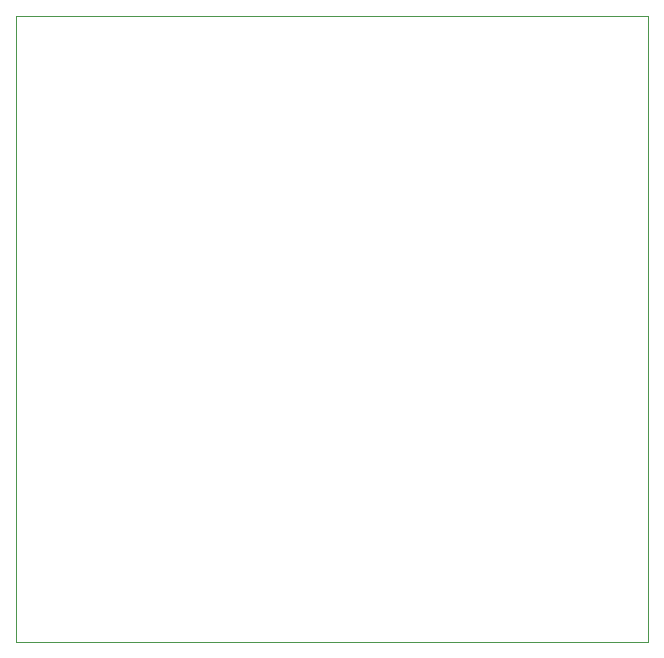
<source format=gbr>
%TF.GenerationSoftware,KiCad,Pcbnew,8.0.5*%
%TF.CreationDate,2024-10-18T20:24:32+02:00*%
%TF.ProjectId,p_ytka,70427974-6b61-42e6-9b69-6361645f7063,rev?*%
%TF.SameCoordinates,Original*%
%TF.FileFunction,Profile,NP*%
%FSLAX46Y46*%
G04 Gerber Fmt 4.6, Leading zero omitted, Abs format (unit mm)*
G04 Created by KiCad (PCBNEW 8.0.5) date 2024-10-18 20:24:32*
%MOMM*%
%LPD*%
G01*
G04 APERTURE LIST*
%TA.AperFunction,Profile*%
%ADD10C,0.050000*%
%TD*%
G04 APERTURE END LIST*
D10*
X102500000Y-50000000D02*
X156000000Y-50000000D01*
X156000000Y-103000000D01*
X102500000Y-103000000D01*
X102500000Y-50000000D01*
M02*

</source>
